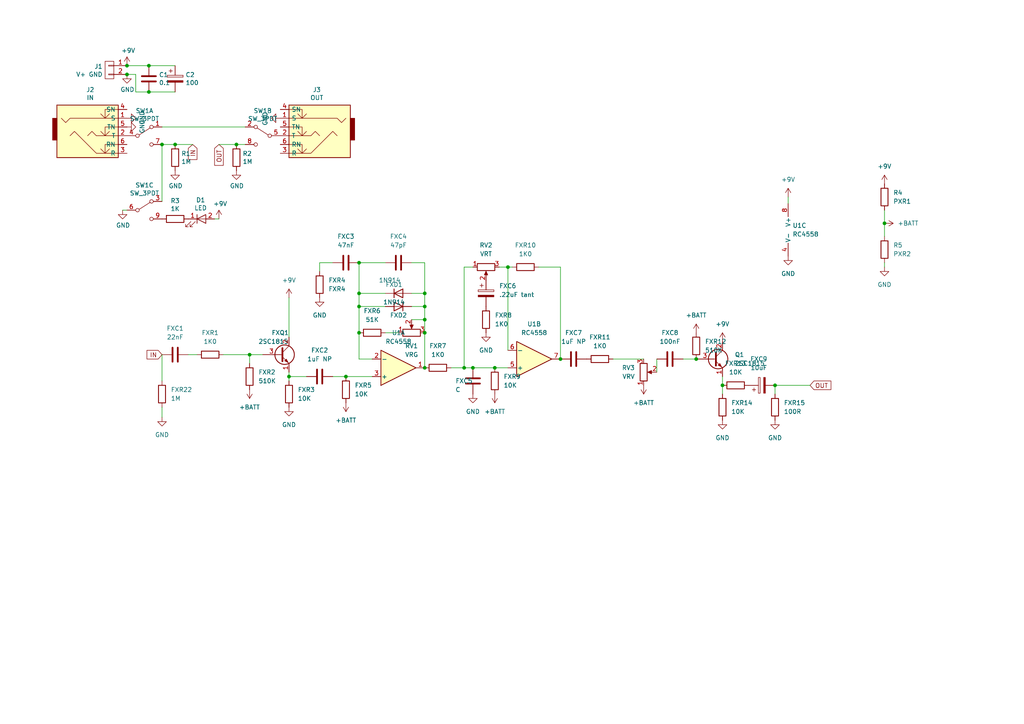
<source format=kicad_sch>
(kicad_sch (version 20211123) (generator eeschema)
  (paper "A4")
  (lib_symbols
    (symbol "1590B-rescue:C-device" (pin_numbers hide) (pin_names (offset 0.254))
      (property "Reference" "C" (at 0.635 2.54 0))
      (property "Value" "C-device" (at 0.635 -2.54 0))
      (symbol "C-device_0_1"
        (polyline (pts (xy -2.032 -0.762) (xy 2.032 -0.762)) (stroke (width 0.508)))
        (polyline (pts (xy -2.032 0.762) (xy 2.032 0.762)) (stroke (width 0.508)))
      )
      (symbol "C-device_1_1"
        (pin passive line (at 0 3.81 270) (length 2.794) (name "~") (number "1"))
        (pin passive line (at 0 -3.81 90) (length 2.794) (name "~") (number "2"))
      )
    )
    (symbol "1590B-rescue:CONN_01X02-conn" (pin_names (offset 1.016) hide)
      (property "Reference" "J" (at 0 3.81 0))
      (property "Value" "CONN_01X02-conn" (at 2.54 0 90))
      (symbol "CONN_01X02-conn_0_1"
        (rectangle (start -1.27 -1.143) (end 0.254 -1.397))
        (rectangle (start -1.27 1.397) (end 0.254 1.143))
        (rectangle (start -1.27 2.54) (end 1.27 -2.54))
      )
      (symbol "CONN_01X02-conn_1_1"
        (pin passive line (at -5.08 1.27 0) (length 3.81) (name "P1") (number "1"))
        (pin passive line (at -5.08 -1.27 0) (length 3.81) (name "P2") (number "2"))
      )
    )
    (symbol "1590B-rescue:CP-device" (pin_numbers hide) (pin_names (offset 0.254))
      (property "Reference" "C" (at 0.635 2.54 0))
      (property "Value" "CP-device" (at 0.635 -2.54 0))
      (symbol "CP-device_0_1"
        (rectangle (start -2.286 0.508) (end -2.286 1.016))
        (rectangle (start -2.286 0.508) (end 2.286 0.508))
        (polyline (pts (xy -1.778 2.286) (xy -0.762 2.286)))
        (polyline (pts (xy -1.27 2.794) (xy -1.27 1.778)))
        (rectangle (start 2.286 -0.508) (end -2.286 -1.016) (fill (type outline)))
        (rectangle (start 2.286 1.016) (end -2.286 1.016))
        (rectangle (start 2.286 1.016) (end 2.286 0.508))
      )
      (symbol "CP-device_1_1"
        (pin passive line (at 0 3.81 270) (length 2.794) (name "~") (number "1"))
        (pin passive line (at 0 -3.81 90) (length 2.794) (name "~") (number "2"))
      )
    )
    (symbol "1590B-rescue:JACK_TRS_6PINS-conn" (pin_names (offset 0.762))
      (property "Reference" "J" (at 0 10.16 0))
      (property "Value" "JACK_TRS_6PINS-conn" (at -1.27 -7.62 0))
      (symbol "JACK_TRS_6PINS-conn_0_0"
        (polyline (pts (xy 3.81 -5.08) (xy 3.81 -2.54) (xy 7.62 -2.54)))
        (polyline (pts (xy 3.81 0) (xy 3.81 2.54) (xy 7.62 2.54)))
        (polyline (pts (xy 3.81 5.08) (xy 3.81 7.62) (xy 7.62 7.62)))
        (polyline (pts (xy -8.89 5.08) (xy -7.62 3.81) (xy -6.35 5.08) (xy 7.62 5.08)))
        (polyline (pts (xy -6.35 0) (xy -5.08 1.27) (xy 1.27 -5.08) (xy 7.62 -5.08)))
      )
      (symbol "JACK_TRS_6PINS-conn_0_1"
        (rectangle (start -11.43 5.08) (end -10.16 -1.27) (fill (type outline)))
        (polyline (pts (xy 1.27 0) (xy 7.62 0)))
        (polyline (pts (xy 1.27 0) (xy 0 1.27) (xy -1.27 0) (xy -1.27 0)))
        (polyline (pts (xy 2.54 -3.81) (xy 3.81 -5.08) (xy 5.08 -3.81) (xy 5.08 -3.81)))
        (polyline (pts (xy 2.54 1.27) (xy 3.81 0) (xy 5.08 1.27) (xy 5.08 1.27)))
        (polyline (pts (xy 2.54 6.35) (xy 3.81 5.08) (xy 5.08 6.35) (xy 5.08 6.35)))
        (rectangle (start 7.62 -6.35) (end -10.16 8.89) (stroke (width 0.254)) (fill (type background)))
      )
      (symbol "JACK_TRS_6PINS-conn_1_1"
        (pin passive line (at 10.16 5.08 180) (length 2.54) (name "S") (number "1"))
        (pin passive line (at 10.16 0 180) (length 2.54) (name "T") (number "2"))
        (pin passive line (at 10.16 -5.08 180) (length 2.54) (name "R") (number "3"))
        (pin passive line (at 10.16 7.62 180) (length 2.54) (name "SN") (number "4"))
        (pin passive line (at 10.16 2.54 180) (length 2.54) (name "TN") (number "5"))
        (pin passive line (at 10.16 -2.54 180) (length 2.54) (name "RN") (number "6"))
      )
    )
    (symbol "1590B-rescue:LED-device" (pin_names (offset 1.016) hide)
      (property "Reference" "D" (at 0 2.54 0))
      (property "Value" "LED-device" (at 0 -2.54 0))
      (symbol "LED-device_0_1"
        (polyline (pts (xy -1.27 -1.27) (xy -1.27 1.27)) (stroke (width 0.2032)))
        (polyline (pts (xy -1.27 0) (xy 1.27 0)))
        (polyline (pts (xy 1.27 -1.27) (xy 1.27 1.27) (xy -1.27 0) (xy 1.27 -1.27)) (stroke (width 0.2032)))
        (polyline (pts (xy -3.048 -0.762) (xy -4.572 -2.286) (xy -3.81 -2.286) (xy -4.572 -2.286) (xy -4.572 -1.524)))
        (polyline (pts (xy -1.778 -0.762) (xy -3.302 -2.286) (xy -2.54 -2.286) (xy -3.302 -2.286) (xy -3.302 -1.524)))
      )
      (symbol "LED-device_1_1"
        (pin passive line (at -3.81 0 0) (length 2.54) (name "K") (number "1"))
        (pin passive line (at 3.81 0 180) (length 2.54) (name "A") (number "2"))
      )
    )
    (symbol "1590B-rescue:R-device" (pin_numbers hide) (pin_names (offset 0))
      (property "Reference" "R" (at 2.032 0 90))
      (property "Value" "R-device" (at 0 0 90))
      (symbol "R-device_0_1"
        (rectangle (start -1.016 -2.54) (end 1.016 2.54) (stroke (width 0.254)))
      )
      (symbol "R-device_1_1"
        (pin passive line (at 0 3.81 270) (length 1.27) (name "~") (number "1"))
        (pin passive line (at 0 -3.81 90) (length 1.27) (name "~") (number "2"))
      )
    )
    (symbol "1590B-rescue:SW_3PDT-switches" (pin_names (offset 0) hide)
      (property "Reference" "SW" (at 0 4.318 0))
      (property "Value" "SW_3PDT-switches" (at 0 -5.08 0))
      (symbol "SW_3PDT-switches_0_0"
        (circle (center -2.032 0) (radius 0.508))
        (circle (center 2.032 -2.54) (radius 0.508))
      )
      (symbol "SW_3PDT-switches_0_1"
        (polyline (pts (xy -1.524 0.254) (xy 1.651 2.286)))
        (circle (center 2.032 2.54) (radius 0.508))
      )
      (symbol "SW_3PDT-switches_1_1"
        (pin passive line (at 5.08 2.54 180) (length 2.54) (name "A") (number "1"))
        (pin passive line (at -5.08 0 0) (length 2.54) (name "B") (number "4"))
        (pin passive line (at 5.08 -2.54 180) (length 2.54) (name "C") (number "7"))
      )
      (symbol "SW_3PDT-switches_2_1"
        (pin passive line (at 5.08 2.54 180) (length 2.54) (name "A") (number "2"))
        (pin passive line (at -5.08 0 0) (length 2.54) (name "B") (number "5"))
        (pin passive line (at 5.08 -2.54 180) (length 2.54) (name "C") (number "8"))
      )
      (symbol "SW_3PDT-switches_3_1"
        (pin passive line (at 5.08 2.54 180) (length 2.54) (name "A") (number "3"))
        (pin passive line (at -5.08 0 0) (length 2.54) (name "B") (number "6"))
        (pin passive line (at 5.08 -2.54 180) (length 2.54) (name "C") (number "9"))
      )
    )
    (symbol "Amplifier_Operational:RC4558" (pin_names (offset 0.127))
      (property "Reference" "U" (at 0 5.08 0))
      (property "Value" "RC4558" (at 0 -5.08 0))
      (symbol "RC4558_1_1"
        (polyline (pts (xy -5.08 5.08) (xy 5.08 0) (xy -5.08 -5.08) (xy -5.08 5.08)) (stroke (width 0.254)) (fill (type background)))
        (pin output line (at 7.62 0 180) (length 2.54) (name "~") (number "1"))
        (pin input line (at -7.62 -2.54 0) (length 2.54) (name "-") (number "2"))
        (pin input line (at -7.62 2.54 0) (length 2.54) (name "+") (number "3"))
      )
      (symbol "RC4558_2_1"
        (polyline (pts (xy -5.08 5.08) (xy 5.08 0) (xy -5.08 -5.08) (xy -5.08 5.08)) (stroke (width 0.254)) (fill (type background)))
        (pin input line (at -7.62 2.54 0) (length 2.54) (name "+") (number "5"))
        (pin input line (at -7.62 -2.54 0) (length 2.54) (name "-") (number "6"))
        (pin output line (at 7.62 0 180) (length 2.54) (name "~") (number "7"))
      )
      (symbol "RC4558_3_1"
        (pin power_in line (at -2.54 -7.62 90) (length 3.81) (name "V-") (number "4"))
        (pin power_in line (at -2.54 7.62 270) (length 3.81) (name "V+") (number "8"))
      )
    )
    (symbol "Device:C" (pin_numbers hide) (pin_names (offset 0.254))
      (property "Reference" "C" (at 0.635 2.54 0))
      (property "Value" "C" (at 0.635 -2.54 0))
      (symbol "C_0_1"
        (polyline (pts (xy -2.032 -0.762) (xy 2.032 -0.762)) (stroke (width 0.508)))
        (polyline (pts (xy -2.032 0.762) (xy 2.032 0.762)) (stroke (width 0.508)))
      )
      (symbol "C_1_1"
        (pin passive line (at 0 3.81 270) (length 2.794) (name "~") (number "1"))
        (pin passive line (at 0 -3.81 90) (length 2.794) (name "~") (number "2"))
      )
    )
    (symbol "Device:C_Polarized" (pin_numbers hide) (pin_names (offset 0.254))
      (property "Reference" "C" (at 0.635 2.54 0))
      (property "Value" "C_Polarized" (at 0.635 -2.54 0))
      (symbol "C_Polarized_0_1"
        (rectangle (start -2.286 0.508) (end 2.286 1.016))
        (polyline (pts (xy -1.778 2.286) (xy -0.762 2.286)))
        (polyline (pts (xy -1.27 2.794) (xy -1.27 1.778)))
        (rectangle (start 2.286 -0.508) (end -2.286 -1.016) (fill (type outline)))
      )
      (symbol "C_Polarized_1_1"
        (pin passive line (at 0 3.81 270) (length 2.794) (name "~") (number "1"))
        (pin passive line (at 0 -3.81 90) (length 2.794) (name "~") (number "2"))
      )
    )
    (symbol "Device:R" (pin_numbers hide) (pin_names (offset 0))
      (property "Reference" "R" (at 2.032 0 90))
      (property "Value" "R" (at 0 0 90))
      (symbol "R_0_1"
        (rectangle (start -1.016 -2.54) (end 1.016 2.54) (stroke (width 0.254)))
      )
      (symbol "R_1_1"
        (pin passive line (at 0 3.81 270) (length 1.27) (name "~") (number "1"))
        (pin passive line (at 0 -3.81 90) (length 1.27) (name "~") (number "2"))
      )
    )
    (symbol "Device:R_Potentiometer" (pin_names (offset 1.016) hide)
      (property "Reference" "RV" (at -4.445 0 90))
      (property "Value" "R_Potentiometer" (at -2.54 0 90))
      (symbol "R_Potentiometer_0_1"
        (polyline (pts (xy 2.54 0) (xy 1.524 0)))
        (polyline (pts (xy 1.143 0) (xy 2.286 0.508) (xy 2.286 -0.508) (xy 1.143 0)) (fill (type outline)))
        (rectangle (start 1.016 2.54) (end -1.016 -2.54) (stroke (width 0.254)))
      )
      (symbol "R_Potentiometer_1_1"
        (pin passive line (at 0 3.81 270) (length 1.27) (name "1") (number "1"))
        (pin passive line (at 3.81 0 180) (length 1.27) (name "2") (number "2"))
        (pin passive line (at 0 -3.81 90) (length 1.27) (name "3") (number "3"))
      )
    )
    (symbol "Diode:1N914" (pin_numbers hide) (pin_names (offset 1.016) hide)
      (property "Reference" "D" (at 0 2.54 0))
      (property "Value" "1N914" (at 0 -2.54 0))
      (symbol "1N914_0_1"
        (polyline (pts (xy -1.27 1.27) (xy -1.27 -1.27)) (stroke (width 0.254)))
        (polyline (pts (xy 1.27 0) (xy -1.27 0)))
        (polyline (pts (xy 1.27 1.27) (xy 1.27 -1.27) (xy -1.27 0) (xy 1.27 1.27)) (stroke (width 0.254)))
      )
      (symbol "1N914_1_1"
        (pin passive line (at -3.81 0 0) (length 2.54) (name "K") (number "1"))
        (pin passive line (at 3.81 0 180) (length 2.54) (name "A") (number "2"))
      )
    )
    (symbol "Transistor_BJT:2SC1815" (pin_names (offset 0) hide)
      (property "Reference" "Q" (at 5.08 1.905 0))
      (property "Value" "2SC1815" (at 5.08 0 0))
      (symbol "2SC1815_0_1"
        (polyline (pts (xy 0 0) (xy 0.508 0)))
        (polyline (pts (xy 0.635 0.635) (xy 2.54 2.54)))
        (polyline (pts (xy 0.635 -0.635) (xy 2.54 -2.54) (xy 2.54 -2.54)))
        (polyline (pts (xy 0.635 1.905) (xy 0.635 -1.905) (xy 0.635 -1.905)) (stroke (width 0.508)))
        (polyline (pts (xy 1.27 -1.778) (xy 1.778 -1.27) (xy 2.286 -2.286) (xy 1.27 -1.778) (xy 1.27 -1.778)) (fill (type outline)))
        (circle (center 1.27 0) (radius 2.8194) (stroke (width 0.254)))
      )
      (symbol "2SC1815_1_1"
        (pin passive line (at 2.54 -5.08 90) (length 2.54) (name "E") (number "1"))
        (pin passive line (at 2.54 5.08 270) (length 2.54) (name "C") (number "2"))
        (pin input line (at -5.08 0 0) (length 5.08) (name "B") (number "3"))
      )
    )
    (symbol "power:+9V" (power) (pin_names (offset 0))
      (property "Value" "+9V" (at 0 3.556 0))
      (symbol "+9V_0_1"
        (polyline (pts (xy -0.762 1.27) (xy 0 2.54)))
        (polyline (pts (xy 0 0) (xy 0 2.54)))
        (polyline (pts (xy 0 2.54) (xy 0.762 1.27)))
      )
      (symbol "+9V_1_1"
        (pin power_in line (at 0 0 90) (length 0) hide (name "+9V") (number "1"))
      )
    )
    (symbol "power:+BATT" (power) (pin_names (offset 0))
      (property "Value" "+BATT" (at 0 3.556 0))
      (symbol "+BATT_0_1"
        (polyline (pts (xy -0.762 1.27) (xy 0 2.54)))
        (polyline (pts (xy 0 0) (xy 0 2.54)))
        (polyline (pts (xy 0 2.54) (xy 0.762 1.27)))
      )
      (symbol "+BATT_1_1"
        (pin power_in line (at 0 0 90) (length 0) hide (name "+BATT") (number "1"))
      )
    )
    (symbol "power:GND" (power) (pin_names (offset 0))
      (property "Value" "GND" (at 0 -3.81 0))
      (symbol "GND_0_1"
        (polyline (pts (xy 0 0) (xy 0 -1.27) (xy 1.27 -1.27) (xy 0 -2.54) (xy -1.27 -1.27) (xy 0 -1.27)))
      )
      (symbol "GND_1_1"
        (pin power_in line (at 0 0 270) (length 0) hide (name "GND") (number "1"))
      )
    )
  )
  (junction (at 83.82 109.22))
  (junction (at 104.14 85.09))
  (junction (at 134.62 106.68))
  (junction (at 50.8 41.91))
  (junction (at 43.18 19.05))
  (junction (at 123.19 106.68))
  (junction (at 104.14 96.52))
  (junction (at 104.14 88.9))
  (junction (at 147.32 77.47))
  (junction (at 123.19 85.09))
  (junction (at 137.16 106.68))
  (junction (at 256.54 64.77))
  (junction (at 143.51 106.68))
  (junction (at 123.19 96.52))
  (junction (at 201.93 104.14))
  (junction (at 209.55 111.76))
  (junction (at 162.56 104.14))
  (junction (at 68.58 41.91))
  (junction (at 36.83 21.59))
  (junction (at 224.79 111.76))
  (junction (at 46.99 41.91))
  (junction (at 43.18 26.67))
  (junction (at 72.39 102.87))
  (junction (at 100.33 109.22))
  (junction (at 36.83 19.05))
  (junction (at 123.19 88.9))
  (junction (at 123.19 92.71))
  (junction (at 104.14 76.2))
  (wire (pts (xy 83.82 86.36) (xy 83.82 97.79)))
  (wire (pts (xy 100.33 109.22) (xy 96.52 109.22)))
  (wire (pts (xy 39.37 26.67) (xy 43.18 26.67)))
  (wire (pts (xy 46.99 36.83) (xy 71.12 36.83)))
  (wire (pts (xy 43.18 26.67) (xy 50.8 26.67)))
  (wire (pts (xy 46.99 41.91) (xy 50.8 41.91)))
  (wire (pts (xy 209.55 114.3) (xy 209.55 111.76)))
  (wire (pts (xy 100.33 109.22) (xy 107.95 109.22)))
  (wire (pts (xy 96.52 76.2) (xy 92.71 76.2)))
  (wire (pts (xy 201.93 104.14) (xy 198.12 104.14)))
  (wire (pts (xy 72.39 102.87) (xy 76.2 102.87)))
  (wire (pts (xy 256.54 68.58) (xy 256.54 64.77)))
  (wire (pts (xy 63.5 41.91) (xy 68.58 41.91)))
  (wire (pts (xy 104.14 76.2) (xy 111.76 76.2)))
  (wire (pts (xy 119.38 88.9) (xy 123.19 88.9)))
  (wire (pts (xy 88.9 109.22) (xy 83.82 109.22)))
  (wire (pts (xy 64.77 102.87) (xy 72.39 102.87)))
  (wire (pts (xy 92.71 76.2) (xy 92.71 78.74)))
  (wire (pts (xy 104.14 85.09) (xy 104.14 88.9)))
  (wire (pts (xy 36.83 60.96) (xy 35.56 60.96)))
  (wire (pts (xy 119.38 85.09) (xy 123.19 85.09)))
  (wire (pts (xy 104.14 85.09) (xy 111.76 85.09)))
  (wire (pts (xy 147.32 77.47) (xy 147.32 101.6)))
  (wire (pts (xy 83.82 107.95) (xy 83.82 109.22)))
  (wire (pts (xy 62.23 63.5) (xy 63.5 63.5)))
  (wire (pts (xy 123.19 96.52) (xy 123.19 106.68)))
  (wire (pts (xy 104.14 76.2) (xy 104.14 85.09)))
  (wire (pts (xy 39.37 21.59) (xy 39.37 26.67)))
  (wire (pts (xy 137.16 106.68) (xy 143.51 106.68)))
  (wire (pts (xy 123.19 76.2) (xy 123.19 85.09)))
  (wire (pts (xy 111.76 96.52) (xy 115.57 96.52)))
  (wire (pts (xy 256.54 64.77) (xy 256.54 60.96)))
  (wire (pts (xy 147.32 77.47) (xy 148.59 77.47)))
  (wire (pts (xy 224.79 111.76) (xy 234.95 111.76)))
  (wire (pts (xy 256.54 77.47) (xy 256.54 76.2)))
  (wire (pts (xy 104.14 88.9) (xy 104.14 96.52)))
  (wire (pts (xy 104.14 104.14) (xy 104.14 96.52)))
  (wire (pts (xy 71.12 41.91) (xy 68.58 41.91)))
  (wire (pts (xy 144.78 77.47) (xy 147.32 77.47)))
  (wire (pts (xy 190.5 104.14) (xy 190.5 107.95)))
  (wire (pts (xy 162.56 77.47) (xy 162.56 104.14)))
  (wire (pts (xy 123.19 85.09) (xy 123.19 88.9)))
  (wire (pts (xy 43.18 19.05) (xy 36.83 19.05)))
  (wire (pts (xy 156.21 77.47) (xy 162.56 77.47)))
  (wire (pts (xy 123.19 92.71) (xy 123.19 96.52)))
  (wire (pts (xy 123.19 88.9) (xy 123.19 92.71)))
  (wire (pts (xy 107.95 104.14) (xy 104.14 104.14)))
  (wire (pts (xy 119.38 92.71) (xy 123.19 92.71)))
  (wire (pts (xy 50.8 41.91) (xy 55.88 41.91)))
  (wire (pts (xy 72.39 102.87) (xy 72.39 105.41)))
  (wire (pts (xy 50.8 19.05) (xy 43.18 19.05)))
  (wire (pts (xy 36.83 21.59) (xy 39.37 21.59)))
  (wire (pts (xy 134.62 106.68) (xy 137.16 106.68)))
  (wire (pts (xy 177.8 104.14) (xy 186.69 104.14)))
  (wire (pts (xy 46.99 121.031) (xy 46.99 118.11)))
  (wire (pts (xy 137.16 77.47) (xy 134.62 77.47)))
  (wire (pts (xy 104.14 88.9) (xy 111.76 88.9)))
  (wire (pts (xy 46.99 102.87) (xy 46.99 110.49)))
  (wire (pts (xy 46.99 41.91) (xy 46.99 58.42)))
  (wire (pts (xy 54.61 102.87) (xy 57.15 102.87)))
  (wire (pts (xy 119.38 76.2) (xy 123.19 76.2)))
  (wire (pts (xy 209.55 111.76) (xy 209.55 109.22)))
  (wire (pts (xy 83.82 109.22) (xy 83.82 110.49)))
  (wire (pts (xy 228.6 57.15) (xy 228.6 59.055)))
  (wire (pts (xy 224.79 114.3) (xy 224.79 111.76)))
  (wire (pts (xy 130.81 106.68) (xy 134.62 106.68)))
  (wire (pts (xy 143.51 106.68) (xy 147.32 106.68)))
  (wire (pts (xy 134.62 77.47) (xy 134.62 106.68)))
  (global_label "OUT" (shape input) (at 63.5 41.91 270) (property "Intersheet References" "${INTERSHEET_REFS}" (effects hide)))
  (global_label "IN" (shape input) (at 55.88 41.91 270) (property "Intersheet References" "${INTERSHEET_REFS}" (effects hide)))
  (global_label "IN" (shape input) (at 46.99 102.87 180) (property "Intersheet References" "${INTERSHEET_REFS}" (effects hide)))
  (global_label "OUT" (shape input) (at 234.95 111.76 0) (property "Intersheet References" "${INTERSHEET_REFS}" (effects hide)))
  (symbol (lib_id "1590B-rescue:SW_3PDT-switches") (at 41.91 39.37 0) (unit 1)
    (property "Reference" "SW1" (at 41.91 32.131 0))
    (property "Value" "SW_3PDT" (at 41.91 34.4424 0))
    (property "Footprint" "KiCad Lib:3PDT-Footswitch" (effects hide))
  )
  (symbol (lib_id "1590B-rescue:SW_3PDT-switches") (at 76.2 39.37 0) (mirror y) (unit 2)
    (property "Reference" "SW1" (at 76.2 32.131 0))
    (property "Value" "SW_3PDT" (at 76.2 34.4424 0))
    (property "Footprint" "KiCad Lib:3PDT-Footswitch" (effects hide))
  )
  (symbol (lib_id "1590B-rescue:SW_3PDT-switches") (at 41.91 60.96 0) (unit 3)
    (property "Reference" "SW1" (at 41.91 53.721 0))
    (property "Value" "SW_3PDT" (at 41.91 56.0324 0))
    (property "Footprint" "KiCad Lib:3PDT-Footswitch" (effects hide))
  )
  (symbol (lib_id "1590B-rescue:R-device") (at 50.8 45.72 0) (unit 1)
    (property "Reference" "R1" (at 52.578 44.5516 0) (effects (justify left)))
    (property "Value" "1M" (at 52.578 46.863 0) (effects (justify left)))
    (property "Footprint" "Resistors_ThroughHole:Resistor_Horizontal_RM7mm" (effects hide))
  )
  (symbol (lib_id "1590B-rescue:C-device") (at 43.18 22.86 180) (unit 1)
    (property "Reference" "C1" (at 46.101 21.6916 0) (effects (justify right)))
    (property "Value" "0.1" (at 46.101 24.003 0) (effects (justify right)))
    (property "Footprint" "Capacitors_ThroughHole:C_Rect_L7_W3.5_P5" (effects hide))
  )
  (symbol (lib_id "1590B-rescue:CP-device") (at 50.8 22.86 0) (unit 1)
    (property "Reference" "C2" (at 53.7972 21.6916 0) (effects (justify left)))
    (property "Value" "100" (at 53.7972 24.003 0) (effects (justify left)))
    (property "Footprint" "Capacitors_THT:CP_Radial_D8.0mm_P2.50mm" (effects hide))
  )
  (symbol (lib_id "1590B-rescue:LED-device") (at 58.42 63.5 0) (unit 1)
    (property "Reference" "D1" (at 58.1914 58.0136 0))
    (property "Value" "LED" (at 58.1914 60.325 0))
    (property "Footprint" "LEDs:LED-5MM" (effects hide))
  )
  (symbol (lib_id "1590B-rescue:CONN_01X02-conn") (at 31.75 20.32 0) (mirror y) (unit 1)
    (property "Reference" "J1" (at 29.7688 19.2786 0) (effects (justify left)))
    (property "Value" "V+ GND" (at 29.7688 21.59 0) (effects (justify left)))
    (property "Footprint" "Pin_Headers:Pin_Header_Straight_1x02_Pitch2.54mm" (effects hide))
  )
  (symbol (lib_id "1590B-rescue:JACK_TRS_6PINS-conn") (at 26.67 39.37 0) (unit 1)
    (property "Reference" "J2" (at 26.1874 26.035 0))
    (property "Value" "IN" (at 26.1874 28.3464 0))
    (property "Footprint" "Connectors:NMJ6HCD2" (effects hide))
  )
  (symbol (lib_id "1590B-rescue:JACK_TRS_6PINS-conn") (at 91.44 39.37 0) (mirror y) (unit 1)
    (property "Reference" "J3" (at 91.8972 26.035 0))
    (property "Value" "OUT" (at 91.8972 28.3464 0))
    (property "Footprint" "Connectors:NMJ6HCD2" (effects hide))
  )
  (symbol (lib_id "1590B-rescue:R-device") (at 68.58 45.72 0) (unit 1)
    (property "Reference" "R2" (at 70.358 44.5516 0) (effects (justify left)))
    (property "Value" "1M" (at 70.358 46.863 0) (effects (justify left)))
    (property "Footprint" "Resistors_ThroughHole:Resistor_Horizontal_RM7mm" (effects hide))
  )
  (symbol (lib_id "power:+9V") (at 36.83 19.05 0) (unit 1)
    (property "Reference" "#PWR01" (effects hide))
    (property "Value" "+9V" (at 37.211 14.6558 0))
  )
  (symbol (lib_id "power:GND") (at 36.83 21.59 0) (unit 1)
    (property "Reference" "#PWR02" (effects hide))
    (property "Value" "GND" (at 36.957 25.9842 0))
  )
  (symbol (lib_id "power:GND") (at 50.8 49.53 0) (unit 1)
    (property "Reference" "#PWR05" (effects hide))
    (property "Value" "GND" (at 50.927 53.9242 0))
  )
  (symbol (lib_id "power:GND") (at 68.58 49.53 0) (unit 1)
    (property "Reference" "#PWR06" (effects hide))
    (property "Value" "GND" (at 68.707 53.9242 0))
  )
  (symbol (lib_id "1590B-rescue:R-device") (at 50.8 63.5 270) (unit 1)
    (property "Reference" "R3" (at 50.8 58.2422 90))
    (property "Value" "1K" (at 50.8 60.5536 90))
    (property "Footprint" "Resistors_ThroughHole:Resistor_Horizontal_RM7mm" (effects hide))
  )
  (symbol (lib_id "power:+9V") (at 63.5 63.5 0) (unit 1)
    (property "Reference" "#PWR08" (effects hide))
    (property "Value" "+9V" (at 63.881 59.1058 0))
  )
  (symbol (lib_id "power:GND") (at 35.56 60.96 0) (unit 1)
    (property "Reference" "#PWR07" (effects hide))
    (property "Value" "GND" (at 35.687 65.3542 0))
  )
  (symbol (lib_id "power:GND") (at 36.83 34.29 90) (unit 1)
    (property "Reference" "#PWR011" (effects hide))
    (property "Value" "GND" (at 41.2242 34.163 0))
  )
  (symbol (lib_id "power:GND") (at 81.28 34.29 270) (unit 1)
    (property "Reference" "#PWR012" (effects hide))
    (property "Value" "GND" (at 76.8858 34.417 0))
  )
  (symbol (lib_id "power:GND") (at 36.83 36.83 90) (unit 1)
    (property "Reference" "#PWR013" (effects hide))
    (property "Value" "GND" (at 41.2242 36.703 0))
  )
  (symbol (lib_id "Diode:1N914") (at 115.57 85.09 0) (unit 1)
    (property "Reference" "FXD1" (at 114.3 82.55 0))
    (property "Value" "1N914" (at 113.03 81.28 0))
    (property "Footprint" "Diode_THT:D_DO-35_SOD27_P7.62mm_Horizontal" (effects hide))
    (property "Datasheet" "http://www.vishay.com/docs/85622/1n914.pdf" (effects hide))
  )
  (symbol (lib_id "Device:R") (at 143.51 110.49 180) (unit 1)
    (property "Reference" "FXR9" (at 146.05 109.2199 0) (effects (justify right)))
    (property "Value" "10K" (at 146.05 111.7599 0) (effects (justify right)))
    (property "Footprint" "Resistor_THT:R_Axial_DIN0207_L6.3mm_D2.5mm_P7.62mm_Horizontal" (effects hide))
  )
  (symbol (lib_id "Device:R") (at 140.97 92.71 180) (unit 1)
    (property "Reference" "FXR8" (at 143.51 91.4399 0) (effects (justify right)))
    (property "Value" "1K0" (at 143.51 93.9799 0) (effects (justify right)))
    (property "Footprint" "Resistor_THT:R_Axial_DIN0207_L6.3mm_D2.5mm_P7.62mm_Horizontal" (effects hide))
  )
  (symbol (lib_id "Amplifier_Operational:RC4558") (at 115.57 106.68 0) (mirror x) (unit 1)
    (property "Reference" "U1" (at 115.57 96.52 0))
    (property "Value" "RC4558" (at 115.57 99.06 0))
    (property "Footprint" "Package_DIP:DIP-8_W7.62mm" (effects hide))
    (property "Datasheet" "http://www.ti.com/lit/ds/symlink/rc4558.pdf" (effects hide))
  )
  (symbol (lib_id "Device:R_Potentiometer") (at 119.38 96.52 90) (unit 1)
    (property "Reference" "RV1" (at 119.38 100.33 90))
    (property "Value" "VRG" (at 119.38 102.87 90))
    (property "Footprint" "Potentiometer_THT:Potentiometer_Alps_RK09K_Single_Vertical" (effects hide))
  )
  (symbol (lib_id "power:+9V") (at 256.54 53.34 0) (unit 1)
    (property "Reference" "#PWR0109" (effects hide))
    (property "Value" "+9V" (at 256.54 48.26 0))
  )
  (symbol (lib_id "Device:C_Polarized") (at 220.98 111.76 90) (unit 1)
    (property "Reference" "FXC9" (at 220.091 104.14 90))
    (property "Value" "10uF" (at 220.091 106.68 90))
    (property "Footprint" "Capacitor_THT:CP_Radial_D10.0mm_P5.00mm" (effects hide))
  )
  (symbol (lib_id "power:GND") (at 256.54 77.47 0) (unit 1)
    (property "Reference" "#PWR0113" (effects hide))
    (property "Value" "GND" (at 256.54 82.55 0))
  )
  (symbol (lib_id "Amplifier_Operational:RC4558") (at 154.94 104.14 0) (mirror x) (unit 2)
    (property "Reference" "U1" (at 154.94 93.98 0))
    (property "Value" "RC4558" (at 154.94 96.52 0))
    (property "Footprint" "Package_DIP:DIP-8_W7.62mm" (effects hide))
    (property "Datasheet" "http://www.ti.com/lit/ds/symlink/rc4558.pdf" (effects hide))
  )
  (symbol (lib_id "Device:R_Potentiometer") (at 140.97 77.47 90) (mirror x) (unit 1)
    (property "Reference" "RV2" (at 140.97 71.12 90))
    (property "Value" "VRT" (at 140.97 73.66 90))
    (property "Footprint" "Potentiometer_THT:Potentiometer_Alps_RK09K_Single_Vertical" (effects hide))
  )
  (symbol (lib_id "power:GND") (at 46.99 121.031 0) (unit 1)
    (property "Reference" "#PWR0105" (effects hide))
    (property "Value" "GND" (at 46.99 126.111 0))
  )
  (symbol (lib_id "Device:C") (at 50.8 102.87 90) (unit 1)
    (property "Reference" "FXC1" (at 50.8 95.25 90))
    (property "Value" "22nF" (at 50.8 97.79 90))
    (property "Footprint" "Capacitor_THT:C_Disc_D5.0mm_W2.5mm_P5.00mm" (effects hide))
  )
  (symbol (lib_id "power:GND") (at 140.97 96.52 0) (unit 1)
    (property "Reference" "#PWR0102" (effects hide))
    (property "Value" "GND" (at 140.97 101.6 0))
  )
  (symbol (lib_id "Device:R") (at 72.39 109.22 180) (unit 1)
    (property "Reference" "FXR2" (at 74.93 107.9499 0) (effects (justify right)))
    (property "Value" "510K" (at 74.93 110.4899 0) (effects (justify right)))
    (property "Footprint" "Resistor_THT:R_Axial_DIN0207_L6.3mm_D2.5mm_P7.62mm_Horizontal" (effects hide))
  )
  (symbol (lib_id "Device:R") (at 224.79 118.11 180) (unit 1)
    (property "Reference" "FXR15" (at 227.33 116.8399 0) (effects (justify right)))
    (property "Value" "100R" (at 227.33 119.3799 0) (effects (justify right)))
    (property "Footprint" "Resistor_THT:R_Axial_DIN0207_L6.3mm_D2.5mm_P7.62mm_Horizontal" (effects hide))
  )
  (symbol (lib_id "Device:R") (at 201.93 100.33 0) (unit 1)
    (property "Reference" "FXR12" (at 204.47 99.0599 0) (effects (justify left)))
    (property "Value" "510K" (at 204.47 101.5999 0) (effects (justify left)))
    (property "Footprint" "Resistor_THT:R_Axial_DIN0207_L6.3mm_D2.5mm_P7.62mm_Horizontal" (effects hide))
  )
  (symbol (lib_id "Device:R") (at 100.33 113.03 180) (unit 1)
    (property "Reference" "FXR5" (at 102.87 111.7599 0) (effects (justify right)))
    (property "Value" "10K" (at 102.87 114.2999 0) (effects (justify right)))
    (property "Footprint" "Resistor_THT:R_Axial_DIN0207_L6.3mm_D2.5mm_P7.62mm_Horizontal" (effects hide))
  )
  (symbol (lib_id "power:GND") (at 224.79 121.92 0) (unit 1)
    (property "Reference" "#PWR0118" (effects hide))
    (property "Value" "GND" (at 224.79 127 0))
  )
  (symbol (lib_id "Transistor_BJT:2SC1815") (at 81.28 102.87 0) (unit 1)
    (property "Reference" "FXQ1" (at 78.74 96.52 0) (effects (justify left)))
    (property "Value" "2SC1815" (at 74.93 99.06 0) (effects (justify left)))
    (property "Footprint" "Package_TO_SOT_THT:TO-92_Inline" (effects hide))
    (property "Datasheet" "https://media.digikey.com/pdf/Data%20Sheets/Toshiba%20PDFs/2SC1815.pdf" (effects hide))
  )
  (symbol (lib_id "Device:R") (at 173.99 104.14 270) (unit 1)
    (property "Reference" "FXR11" (at 173.99 97.79 90))
    (property "Value" "1K0" (at 173.99 100.33 90))
    (property "Footprint" "Resistor_THT:R_Axial_DIN0207_L6.3mm_D2.5mm_P7.62mm_Horizontal" (effects hide))
  )
  (symbol (lib_id "power:GND") (at 228.6 74.295 0) (unit 1)
    (property "Reference" "#PWR0115" (effects hide))
    (property "Value" "GND" (at 228.6 79.375 0))
  )
  (symbol (lib_id "Device:R") (at 213.36 111.76 270) (unit 1)
    (property "Reference" "FXR13" (at 213.36 105.41 90))
    (property "Value" "10K" (at 213.36 107.95 90))
    (property "Footprint" "Resistor_THT:R_Axial_DIN0207_L6.3mm_D2.5mm_P7.62mm_Horizontal" (effects hide))
  )
  (symbol (lib_id "Transistor_BJT:2SC1815") (at 207.01 104.14 0) (unit 1)
    (property "Reference" "Q1" (at 213.106 102.8699 0) (effects (justify left)))
    (property "Value" "2SC1815" (at 213.106 105.4099 0) (effects (justify left)))
    (property "Footprint" "Package_TO_SOT_THT:TO-92_Inline" (effects hide))
    (property "Datasheet" "https://media.digikey.com/pdf/Data%20Sheets/Toshiba%20PDFs/2SC1815.pdf" (effects hide))
  )
  (symbol (lib_id "Device:C_Polarized") (at 140.97 85.09 0) (unit 1)
    (property "Reference" "FXC6" (at 144.78 82.9309 0) (effects (justify left)))
    (property "Value" ".22uF tant" (at 144.78 85.4709 0) (effects (justify left)))
    (property "Footprint" "Capacitor_THT:CP_Radial_D5.0mm_P2.50mm" (effects hide))
  )
  (symbol (lib_id "power:GND") (at 83.82 118.11 0) (unit 1)
    (property "Reference" "#PWR0107" (effects hide))
    (property "Value" "GND" (at 83.82 123.19 0))
  )
  (symbol (lib_id "power:GND") (at 209.55 121.92 0) (unit 1)
    (property "Reference" "#PWR0119" (effects hide))
    (property "Value" "GND" (at 209.55 127 0))
  )
  (symbol (lib_id "Device:C") (at 100.33 76.2 90) (unit 1)
    (property "Reference" "FXC3" (at 100.33 68.58 90))
    (property "Value" "47nF" (at 100.33 71.12 90))
    (property "Footprint" "Capacitor_THT:C_Disc_D5.0mm_W2.5mm_P5.00mm" (effects hide))
  )
  (symbol (lib_id "Device:C") (at 137.16 110.49 180) (unit 1)
    (property "Reference" "FXC5" (at 132.08 110.49 0) (effects (justify right)))
    (property "Value" "C" (at 132.08 113.03 0) (effects (justify right)))
    (property "Footprint" "Capacitor_THT:C_Disc_D5.0mm_W2.5mm_P5.00mm" (effects hide))
  )
  (symbol (lib_id "Device:R") (at 60.96 102.87 90) (unit 1)
    (property "Reference" "FXR1" (at 60.96 96.52 90))
    (property "Value" "1K0" (at 60.96 99.06 90))
    (property "Footprint" "Resistor_THT:R_Axial_DIN0207_L6.3mm_D2.5mm_P7.62mm_Horizontal" (effects hide))
  )
  (symbol (lib_id "Device:C") (at 92.71 109.22 90) (unit 1)
    (property "Reference" "FXC2" (at 92.71 101.6 90))
    (property "Value" "1uF NP" (at 92.71 104.14 90))
    (property "Footprint" "Capacitor_THT:C_Disc_D5.0mm_W2.5mm_P5.00mm" (effects hide))
  )
  (symbol (lib_id "power:GND") (at 137.16 114.3 0) (unit 1)
    (property "Reference" "#PWR0103" (effects hide))
    (property "Value" "GND" (at 137.16 119.38 0))
  )
  (symbol (lib_id "power:GND") (at 92.71 86.36 0) (unit 1)
    (property "Reference" "#PWR0117" (effects hide))
    (property "Value" "GND" (at 92.71 91.44 0))
  )
  (symbol (lib_id "power:+BATT") (at 100.33 116.84 180) (unit 1)
    (property "Reference" "#PWR0108" (effects hide))
    (property "Value" "+BATT" (at 100.33 121.92 0))
  )
  (symbol (lib_id "power:+BATT") (at 201.93 96.52 0) (unit 1)
    (property "Reference" "#PWR0111" (effects hide))
    (property "Value" "+BATT" (at 201.93 91.44 0))
  )
  (symbol (lib_id "Device:R") (at 209.55 118.11 180) (unit 1)
    (property "Reference" "FXR14" (at 212.09 116.8399 0) (effects (justify right)))
    (property "Value" "10K" (at 212.09 119.3799 0) (effects (justify right)))
    (property "Footprint" "Resistor_THT:R_Axial_DIN0207_L6.3mm_D2.5mm_P7.62mm_Horizontal" (effects hide))
  )
  (symbol (lib_id "Device:R") (at 83.82 114.3 180) (unit 1)
    (property "Reference" "FXR3" (at 86.36 113.0299 0) (effects (justify right)))
    (property "Value" "10K" (at 86.36 115.5699 0) (effects (justify right)))
    (property "Footprint" "Resistor_THT:R_Axial_DIN0207_L6.3mm_D2.5mm_P7.62mm_Horizontal" (effects hide))
  )
  (symbol (lib_id "Amplifier_Operational:RC4558") (at 231.14 66.675 0) (unit 3)
    (property "Reference" "U1" (at 229.87 65.4049 0) (effects (justify left)))
    (property "Value" "RC4558" (at 229.87 67.9449 0) (effects (justify left)))
    (property "Footprint" "Package_DIP:DIP-8_W7.62mm" (effects hide))
    (property "Datasheet" "http://www.ti.com/lit/ds/symlink/rc4558.pdf" (effects hide))
  )
  (symbol (lib_id "Device:C") (at 194.31 104.14 270) (unit 1)
    (property "Reference" "FXC8" (at 194.31 96.52 90))
    (property "Value" "100nF" (at 194.31 99.06 90))
    (property "Footprint" "Capacitor_THT:C_Disc_D5.0mm_W2.5mm_P5.00mm" (effects hide))
  )
  (symbol (lib_id "power:+BATT") (at 186.69 111.76 180) (unit 1)
    (property "Reference" "#PWR0120" (effects hide))
    (property "Value" "+BATT" (at 186.69 116.84 0))
  )
  (symbol (lib_id "power:+BATT") (at 143.51 114.3 180) (unit 1)
    (property "Reference" "#PWR0104" (effects hide))
    (property "Value" "+BATT" (at 143.51 119.38 0))
  )
  (symbol (lib_id "Device:C") (at 166.37 104.14 90) (unit 1)
    (property "Reference" "FXC7" (at 166.37 96.52 90))
    (property "Value" "1uF NP" (at 166.37 99.06 90))
    (property "Footprint" "Capacitor_THT:C_Disc_D5.0mm_W2.5mm_P5.00mm" (effects hide))
  )
  (symbol (lib_id "Device:C") (at 115.57 76.2 90) (unit 1)
    (property "Reference" "FXC4" (at 115.57 68.58 90))
    (property "Value" "47pF" (at 115.57 71.12 90))
    (property "Footprint" "Capacitor_THT:C_Disc_D5.0mm_W2.5mm_P5.00mm" (effects hide))
  )
  (symbol (lib_id "Device:R") (at 256.54 72.39 0) (unit 1)
    (property "Reference" "R5" (at 259.08 71.1199 0) (effects (justify left)))
    (property "Value" "PXR2" (at 259.08 73.6599 0) (effects (justify left)))
    (property "Footprint" "Resistor_THT:R_Axial_DIN0207_L6.3mm_D2.5mm_P7.62mm_Horizontal" (effects hide))
  )
  (symbol (lib_id "Diode:1N914") (at 115.57 88.9 180) (unit 1)
    (property "Reference" "FXD2" (at 115.57 91.44 0))
    (property "Value" "1N914" (at 114.3 87.63 0))
    (property "Footprint" "Diode_THT:D_DO-35_SOD27_P7.62mm_Horizontal" (effects hide))
    (property "Datasheet" "http://www.vishay.com/docs/85622/1n914.pdf" (effects hide))
  )
  (symbol (lib_id "Device:R") (at 256.54 57.15 0) (unit 1)
    (property "Reference" "R4" (at 259.08 55.8799 0) (effects (justify left)))
    (property "Value" "PXR1" (at 259.08 58.4199 0) (effects (justify left)))
    (property "Footprint" "Resistor_THT:R_Axial_DIN0207_L6.3mm_D2.5mm_P7.62mm_Horizontal" (effects hide))
  )
  (symbol (lib_id "Device:R") (at 46.99 114.3 180) (unit 1)
    (property "Reference" "FXR22" (at 49.53 113.0299 0) (effects (justify right)))
    (property "Value" "1M" (at 49.53 115.5699 0) (effects (justify right)))
    (property "Footprint" "Resistor_THT:R_Axial_DIN0207_L6.3mm_D2.5mm_P7.62mm_Horizontal" (effects hide))
  )
  (symbol (lib_id "power:+BATT") (at 256.54 64.77 270) (unit 1)
    (property "Reference" "#PWR0110" (effects hide))
    (property "Value" "+BATT" (at 260.35 64.7699 90) (effects (justify left)))
  )
  (symbol (lib_id "power:+9V") (at 209.55 99.06 0) (unit 1)
    (property "Reference" "#PWR0112" (effects hide))
    (property "Value" "+9V" (at 209.55 93.98 0))
  )
  (symbol (lib_id "Device:R") (at 127 106.68 270) (unit 1)
    (property "Reference" "FXR7" (at 127 100.33 90))
    (property "Value" "1K0" (at 127 102.87 90))
    (property "Footprint" "Resistor_THT:R_Axial_DIN0207_L6.3mm_D2.5mm_P7.62mm_Horizontal" (effects hide))
  )
  (symbol (lib_id "Device:R") (at 107.95 96.52 270) (unit 1)
    (property "Reference" "FXR6" (at 107.95 90.17 90))
    (property "Value" "51K" (at 107.95 92.71 90))
    (property "Footprint" "Resistor_THT:R_Axial_DIN0207_L6.3mm_D2.5mm_P7.62mm_Horizontal" (effects hide))
  )
  (symbol (lib_id "Device:R") (at 152.4 77.47 270) (unit 1)
    (property "Reference" "FXR10" (at 152.4 71.12 90))
    (property "Value" "1K0" (at 152.4 73.66 90))
    (property "Footprint" "Resistor_THT:R_Axial_DIN0207_L6.3mm_D2.5mm_P7.62mm_Horizontal" (effects hide))
  )
  (symbol (lib_id "Device:R") (at 92.71 82.55 0) (unit 1)
    (property "Reference" "FXR4" (at 95.25 81.2799 0) (effects (justify left)))
    (property "Value" "FXR4" (at 95.25 83.8199 0) (effects (justify left)))
    (property "Footprint" "Resistor_THT:R_Axial_DIN0207_L6.3mm_D2.5mm_P7.62mm_Horizontal" (effects hide))
  )
  (symbol (lib_id "Device:R_Potentiometer") (at 186.69 107.95 0) (mirror x) (unit 1)
    (property "Reference" "RV3" (at 184.15 106.6799 0) (effects (justify right)))
    (property "Value" "VRV" (at 184.15 109.2199 0) (effects (justify right)))
    (property "Footprint" "Potentiometer_THT:Potentiometer_Alps_RK09K_Single_Vertical" (effects hide))
  )
  (symbol (lib_id "power:+BATT") (at 72.39 113.03 180) (unit 1)
    (property "Reference" "#PWR0106" (effects hide))
    (property "Value" "+BATT" (at 72.39 118.11 0))
  )
  (symbol (lib_id "power:+9V") (at 228.6 57.15 0) (unit 1)
    (property "Reference" "#PWR0116" (effects hide))
    (property "Value" "+9V" (at 228.6 52.07 0))
  )
  (symbol (lib_id "power:+9V") (at 83.82 86.36 0) (unit 1)
    (property "Reference" "#PWR0101" (effects hide))
    (property "Value" "+9V" (at 83.82 81.28 0))
  )
)
</source>
